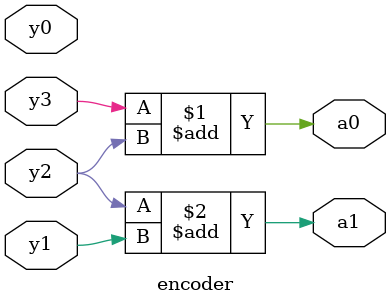
<source format=v>
`timescale 1ns / 1ps


module encoder(input y0,y1,y2,y3,output a0,a1);

assign a0 = y3+y2;
assign a1 = y2+y1;

endmodule

</source>
